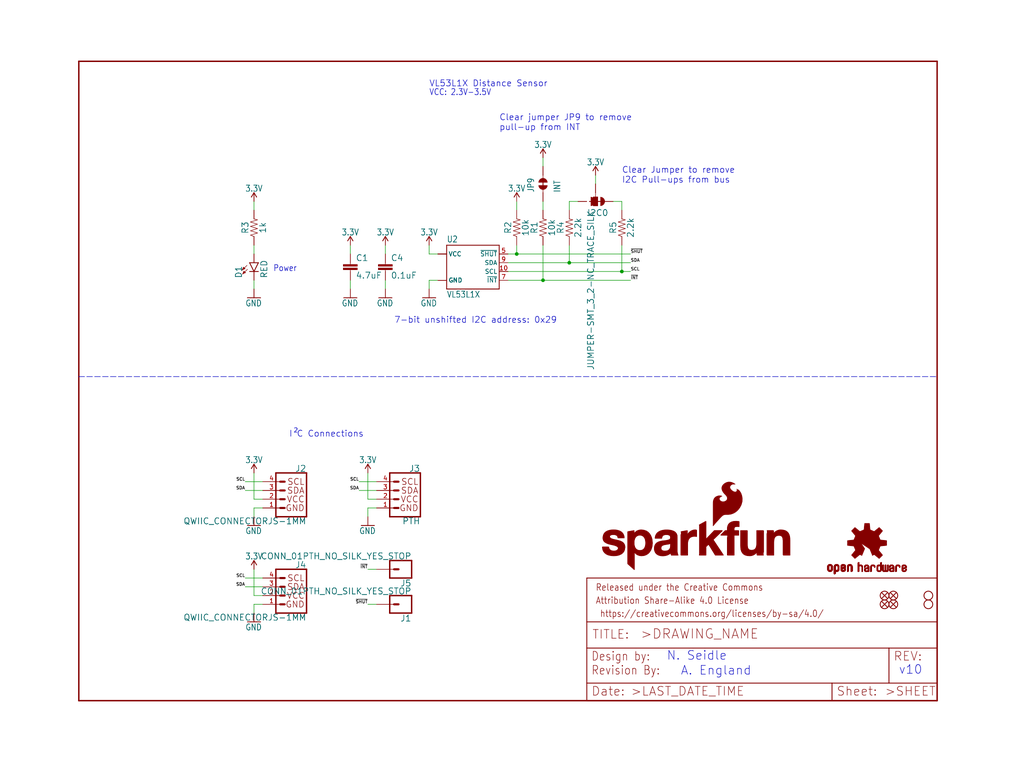
<source format=kicad_sch>
(kicad_sch (version 20211123) (generator eeschema)
  (paper "User" 297.002 223.926)
  (lib_symbols
    (symbol "schematicEagle-eagle-import:0.1UF-0603-25V-(+80{slash}-20%)"
      (property "Reference" "C" (at 1.524 2.921 0))
      (property "Value" "0.1UF-0603-25V-(+80{slash}-20%)" (at 1.524 -2.159 0))
      (symbol "0.1UF-0603-25V-(+80{slash}-20%)_1_0"
        (pin passive line (at 0 5.08 270) (length 2.54) (name "1") (number "1"))
        (pin passive line (at 0 -2.54 90) (length 2.54) (name "2") (number "2"))
      )
    )
    (symbol "schematicEagle-eagle-import:10KOHM-0603-1{slash}10W-1%"
      (property "Reference" "R" (at 0 1.524 0))
      (property "Value" "10KOHM-0603-1{slash}10W-1%" (at 0 -1.524 0))
      (symbol "10KOHM-0603-1{slash}10W-1%_1_0"
        (pin passive line (at -5.08 0 0) (length 2.54) (name "1") (number "1"))
        (pin passive line (at 5.08 0 180) (length 2.54) (name "2") (number "2"))
      )
    )
    (symbol "schematicEagle-eagle-import:1KOHM-0603-1{slash}10W-1%"
      (property "Reference" "R" (at 0 1.524 0))
      (property "Value" "1KOHM-0603-1{slash}10W-1%" (at 0 -1.524 0))
      (symbol "1KOHM-0603-1{slash}10W-1%_1_0"
        (pin passive line (at -5.08 0 0) (length 2.54) (name "1") (number "1"))
        (pin passive line (at 5.08 0 180) (length 2.54) (name "2") (number "2"))
      )
    )
    (symbol "schematicEagle-eagle-import:2.2KOHM-0603-1{slash}10W-1%"
      (property "Reference" "R" (at 0 1.524 0))
      (property "Value" "2.2KOHM-0603-1{slash}10W-1%" (at 0 -1.524 0))
      (symbol "2.2KOHM-0603-1{slash}10W-1%_1_0"
        (pin passive line (at -5.08 0 0) (length 2.54) (name "1") (number "1"))
        (pin passive line (at 5.08 0 180) (length 2.54) (name "2") (number "2"))
      )
    )
    (symbol "schematicEagle-eagle-import:3.3V" (power)
      (property "Value" "3.3V" (at 0 2.794 0))
      (symbol "3.3V_1_0"
        (pin power_in line (at 0 0 90) (length 2.54) (name "3.3V") (number "1"))
      )
    )
    (symbol "schematicEagle-eagle-import:4.7UF0603"
      (property "Reference" "C" (at 1.524 2.921 0))
      (property "Value" "4.7UF0603" (at 1.524 -2.159 0))
      (symbol "4.7UF0603_1_0"
        (pin passive line (at 0 5.08 270) (length 2.54) (name "1") (number "1"))
        (pin passive line (at 0 -2.54 90) (length 2.54) (name "2") (number "2"))
      )
    )
    (symbol "schematicEagle-eagle-import:CONN_01PTH_NO_SILK_YES_STOP"
      (property "Reference" "J" (at -2.54 3.048 0))
      (property "Value" "CONN_01PTH_NO_SILK_YES_STOP" (at -2.54 -4.826 0))
      (symbol "CONN_01PTH_NO_SILK_YES_STOP_1_0"
        (pin passive line (at 7.62 0 180) (length 5.08) (name "1") (number "1"))
      )
    )
    (symbol "schematicEagle-eagle-import:FIDUCIALUFIDUCIAL")
    (symbol "schematicEagle-eagle-import:FRAME-LETTER"
      (symbol "FRAME-LETTER_2_0"
        (text " https://creativecommons.org/licenses/by-sa/4.0/" (at 2.54 24.13 0) (effects (font (size 1.9304 1.6408)) (justify left bottom)))
        (text ">DRAWING_NAME" (at 15.494 17.78 0) (effects (font (size 2.7432 2.7432)) (justify left bottom)))
        (text ">LAST_DATE_TIME" (at 12.7 1.27 0) (effects (font (size 2.54 2.54)) (justify left bottom)))
        (text ">SHEET" (at 86.36 1.27 0) (effects (font (size 2.54 2.54)) (justify left bottom)))
        (text "Attribution Share-Alike 4.0 License" (at 2.54 27.94 0) (effects (font (size 1.9304 1.6408)) (justify left bottom)))
        (text "Date:" (at 1.27 1.27 0) (effects (font (size 2.54 2.54)) (justify left bottom)))
        (text "Design by:" (at 1.27 11.43 0) (effects (font (size 2.54 2.159)) (justify left bottom)))
        (text "Released under the Creative Commons" (at 2.54 31.75 0) (effects (font (size 1.9304 1.6408)) (justify left bottom)))
        (text "REV:" (at 88.9 11.43 0) (effects (font (size 2.54 2.54)) (justify left bottom)))
        (text "Sheet:" (at 72.39 1.27 0) (effects (font (size 2.54 2.54)) (justify left bottom)))
        (text "TITLE:" (at 1.524 17.78 0) (effects (font (size 2.54 2.54)) (justify left bottom)))
      )
    )
    (symbol "schematicEagle-eagle-import:GND" (power)
      (property "Value" "GND" (at -2.54 -2.54 0))
      (symbol "GND_1_0"
        (pin power_in line (at 0 2.54 270) (length 2.54) (name "GND") (number "1"))
      )
    )
    (symbol "schematicEagle-eagle-import:I2C_STANDARD_NO_SILK"
      (property "Reference" "J" (at -5.08 7.874 0))
      (property "Value" "I2C_STANDARD_NO_SILK" (at -5.08 -5.334 0))
      (symbol "I2C_STANDARD_NO_SILK_1_0"
        (text "GND" (at -4.572 -2.54 0) (effects (font (size 1.778 1.778)) (justify left)))
        (text "SCL" (at -4.572 5.08 0) (effects (font (size 1.778 1.778)) (justify left)))
        (text "SDA" (at -4.572 2.54 0) (effects (font (size 1.778 1.778)) (justify left)))
        (text "VCC" (at -4.572 0 0) (effects (font (size 1.778 1.778)) (justify left)))
        (pin power_in line (at 7.62 -2.54 180) (length 5.08) (name "GND") (number "1"))
        (pin power_in line (at 7.62 0 180) (length 5.08) (name "VCC") (number "2"))
        (pin passive line (at 7.62 2.54 180) (length 5.08) (name "SDA") (number "3"))
        (pin passive line (at 7.62 5.08 180) (length 5.08) (name "SCL") (number "4"))
      )
    )
    (symbol "schematicEagle-eagle-import:JUMPER-PAD-2-NC_BY_TRACE"
      (property "Reference" "JP" (at -2.54 2.54 0))
      (property "Value" "JUMPER-PAD-2-NC_BY_TRACE" (at -2.54 -5.08 0))
      (symbol "JUMPER-PAD-2-NC_BY_TRACE_1_0"
        (pin passive line (at -5.08 0 0) (length 2.54) (name "1") (number "1"))
        (pin passive line (at 5.08 0 180) (length 2.54) (name "2") (number "2"))
      )
    )
    (symbol "schematicEagle-eagle-import:JUMPER-SMT_3_2-NC_TRACE_SILK"
      (property "Reference" "JP" (at 2.54 0.381 0))
      (property "Value" "JUMPER-SMT_3_2-NC_TRACE_SILK" (at 2.54 -0.381 0))
      (symbol "JUMPER-SMT_3_2-NC_TRACE_SILK_1_0"
        (pin passive line (at 0 5.08 270) (length 2.54) (name "1") (number "1"))
        (pin passive line (at -5.08 0 0) (length 2.54) (name "2") (number "2"))
        (pin passive line (at 0 -5.08 90) (length 2.54) (name "3") (number "3"))
      )
    )
    (symbol "schematicEagle-eagle-import:LED-RED0603"
      (property "Reference" "D" (at -3.429 -4.572 90))
      (property "Value" "LED-RED0603" (at 1.905 -4.572 90))
      (symbol "LED-RED0603_1_0"
        (pin passive line (at 0 2.54 270) (length 2.54) (name "A") (number "A"))
        (pin passive line (at 0 -5.08 90) (length 2.54) (name "C") (number "C"))
      )
    )
    (symbol "schematicEagle-eagle-import:OSHW-LOGOMINI")
    (symbol "schematicEagle-eagle-import:QWIIC_CONNECTORJS-1MM"
      (property "Reference" "J" (at -5.08 7.874 0))
      (property "Value" "QWIIC_CONNECTORJS-1MM" (at -5.08 -5.334 0))
      (symbol "QWIIC_CONNECTORJS-1MM_1_0"
        (text "GND" (at -4.572 -2.54 0) (effects (font (size 1.778 1.778)) (justify left)))
        (text "SCL" (at -4.572 5.08 0) (effects (font (size 1.778 1.778)) (justify left)))
        (text "SDA" (at -4.572 2.54 0) (effects (font (size 1.778 1.778)) (justify left)))
        (text "VCC" (at -4.572 0 0) (effects (font (size 1.778 1.778)) (justify left)))
        (pin power_in line (at 7.62 -2.54 180) (length 5.08) (name "1") (number "1"))
        (pin power_in line (at 7.62 0 180) (length 5.08) (name "2") (number "2"))
        (pin passive line (at 7.62 2.54 180) (length 5.08) (name "3") (number "3"))
        (pin passive line (at 7.62 5.08 180) (length 5.08) (name "4") (number "4"))
      )
    )
    (symbol "schematicEagle-eagle-import:REVISION"
      (symbol "REVISION_1_0"
        (text "Revision By: " (at 0 0 0) (effects (font (size 2.54 2.159)) (justify left bottom)))
      )
    )
    (symbol "schematicEagle-eagle-import:SFE_LOGO_NAME.1_INCH")
    (symbol "schematicEagle-eagle-import:SFE_LOGO_NAME_FLAME.1_INCH")
    (symbol "schematicEagle-eagle-import:STAND-OFF")
    (symbol "schematicEagle-eagle-import:VL53L1XSMD"
      (property "Reference" "U" (at -7.62 8.382 0))
      (property "Value" "VL53L1XSMD" (at -7.62 -7.62 0))
      (symbol "VL53L1XSMD_1_0"
        (pin bidirectional line (at -10.16 5.08 0) (length 2.54) (name "VCC") (number "1"))
        (pin bidirectional line (at 10.16 0 180) (length 2.54) (name "SCL") (number "10"))
        (pin bidirectional line (at -10.16 5.08 0) (length 2.54) (name "VCC") (number "11"))
        (pin bidirectional line (at -10.16 -2.54 0) (length 2.54) (name "GND") (number "12"))
        (pin bidirectional line (at -10.16 -2.54 0) (length 2.54) (name "GND") (number "2"))
        (pin bidirectional line (at -10.16 -2.54 0) (length 2.54) (name "GND") (number "3"))
        (pin bidirectional line (at -10.16 -2.54 0) (length 2.54) (name "GND") (number "4"))
        (pin bidirectional line (at 10.16 5.08 180) (length 2.54) (name "~{SHUT}") (number "5"))
        (pin bidirectional line (at -10.16 -2.54 0) (length 2.54) (name "GND") (number "6"))
        (pin bidirectional line (at 10.16 -2.54 180) (length 2.54) (name "~{INT}") (number "7"))
        (pin bidirectional line (at 10.16 2.54 180) (length 2.54) (name "SDA") (number "9"))
      )
    )
  )
  (junction (at 149.86 73.66))
  (junction (at 165.1 76.2))
  (junction (at 157.48 81.28))
  (junction (at 180.34 78.74))
  (wire (pts (xy 165.1 60.96) (xy 165.1 58.42)))
  (wire (pts (xy 157.48 58.42) (xy 157.48 60.96)))
  (wire (pts (xy 147.32 73.66) (xy 149.86 73.66)))
  (wire (pts (xy 149.86 71.12) (xy 149.86 73.66)))
  (wire (pts (xy 73.66 147.32) (xy 73.66 149.86)))
  (wire (pts (xy 76.2 175.26) (xy 73.66 175.26)))
  (wire (pts (xy 76.2 142.24) (xy 71.12 142.24)))
  (wire (pts (xy 76.2 167.64) (xy 71.12 167.64)))
  (wire (pts (xy 165.1 76.2) (xy 165.1 71.12)))
  (wire (pts (xy 109.22 147.32) (xy 106.68 147.32)))
  (wire (pts (xy 147.32 76.2) (xy 165.1 76.2)))
  (wire (pts (xy 101.6 71.12) (xy 101.6 73.66)))
  (wire (pts (xy 76.2 144.78) (xy 73.66 144.78)))
  (wire (pts (xy 76.2 170.18) (xy 71.12 170.18)))
  (wire (pts (xy 76.2 172.72) (xy 73.66 172.72)))
  (polyline (pts (xy 22.86 109.22) (xy 271.78 109.22)))
  (wire (pts (xy 73.66 175.26) (xy 73.66 177.8)))
  (wire (pts (xy 73.66 172.72) (xy 73.66 165.1)))
  (wire (pts (xy 147.32 81.28) (xy 157.48 81.28)))
  (wire (pts (xy 109.22 144.78) (xy 106.68 144.78)))
  (wire (pts (xy 101.6 83.82) (xy 101.6 81.28)))
  (wire (pts (xy 111.76 81.28) (xy 111.76 83.82)))
  (wire (pts (xy 157.48 71.12) (xy 157.48 81.28)))
  (wire (pts (xy 180.34 78.74) (xy 180.34 71.12)))
  (wire (pts (xy 165.1 58.42) (xy 167.64 58.42)))
  (wire (pts (xy 149.86 73.66) (xy 182.88 73.66)))
  (wire (pts (xy 172.72 50.8) (xy 172.72 53.34)))
  (wire (pts (xy 111.76 73.66) (xy 111.76 71.12)))
  (wire (pts (xy 127 81.28) (xy 124.46 81.28)))
  (wire (pts (xy 73.66 83.82) (xy 73.66 81.28)))
  (wire (pts (xy 157.48 48.26) (xy 157.48 45.72)))
  (wire (pts (xy 124.46 73.66) (xy 124.46 71.12)))
  (wire (pts (xy 180.34 60.96) (xy 180.34 58.42)))
  (wire (pts (xy 147.32 78.74) (xy 180.34 78.74)))
  (wire (pts (xy 180.34 78.74) (xy 182.88 78.74)))
  (wire (pts (xy 73.66 73.66) (xy 73.66 71.12)))
  (wire (pts (xy 109.22 139.7) (xy 104.14 139.7)))
  (wire (pts (xy 157.48 81.28) (xy 182.88 81.28)))
  (wire (pts (xy 165.1 76.2) (xy 182.88 76.2)))
  (wire (pts (xy 73.66 60.96) (xy 73.66 58.42)))
  (wire (pts (xy 73.66 144.78) (xy 73.66 137.16)))
  (wire (pts (xy 109.22 165.1) (xy 106.68 165.1)))
  (wire (pts (xy 76.2 147.32) (xy 73.66 147.32)))
  (wire (pts (xy 109.22 142.24) (xy 104.14 142.24)))
  (wire (pts (xy 180.34 58.42) (xy 177.8 58.42)))
  (wire (pts (xy 124.46 81.28) (xy 124.46 83.82)))
  (wire (pts (xy 149.86 58.42) (xy 149.86 60.96)))
  (wire (pts (xy 106.68 144.78) (xy 106.68 137.16)))
  (wire (pts (xy 109.22 175.26) (xy 106.68 175.26)))
  (wire (pts (xy 106.68 147.32) (xy 106.68 149.86)))
  (wire (pts (xy 127 73.66) (xy 124.46 73.66)))
  (wire (pts (xy 76.2 139.7) (xy 71.12 139.7)))
  (text "2" (at 85.09 125.73 180) (effects (font (size 1.27 1.27)) (justify left bottom)))
  (text "v10" (at 260.604 195.834 180) (effects (font (size 2.54 2.54)) (justify left bottom)))
  (text "Clear jumper JP9 to remove\npull-up from INT" (at 144.78 38.1 180) (effects (font (size 1.778 1.778)) (justify left bottom)))
  (text "N. Seidle" (at 193.294 191.77 180) (effects (font (size 2.54 2.54)) (justify left bottom)))
  (text "VCC: 2.3V-3.5V" (at 124.46 27.94 180) (effects (font (size 1.778 1.5113)) (justify left bottom)))
  (text "Power" (at 79.248 78.994 180) (effects (font (size 1.778 1.5113)) (justify left bottom)))
  (text "Clear Jumper to remove\nI2C Pull-ups from bus" (at 180.34 53.34 180) (effects (font (size 1.778 1.778)) (justify left bottom)))
  (text "7-bit unshifted I2C address: 0x29" (at 114.3 93.98 180) (effects (font (size 1.778 1.778)) (justify left bottom)))
  (text "VL53L1X Distance Sensor" (at 124.46 25.4 180) (effects (font (size 1.778 1.778)) (justify left bottom)))
  (text "A. England" (at 197.358 196.088 180) (effects (font (size 2.54 2.54)) (justify left bottom)))
  (text "I C Connections" (at 83.82 127 180) (effects (font (size 1.778 1.778)) (justify left bottom)))
  (label "~{INT}" (at 182.88 81.28 0) (effects (font (size 0.889 0.889))))
  (label "~{INT}" (at 106.68 165.1 180) (effects (font (size 0.889 0.889))))
  (label "SCL" (at 71.12 167.64 180) (effects (font (size 0.889 0.889))))
  (label "SDA" (at 182.88 76.2 0) (effects (font (size 0.889 0.889))))
  (label "SDA" (at 71.12 142.24 180) (effects (font (size 0.889 0.889))))
  (label "SCL" (at 182.88 78.74 0) (effects (font (size 0.889 0.889))))
  (label "SCL" (at 104.14 139.7 180) (effects (font (size 0.889 0.889))))
  (label "~{SHUT}" (at 182.88 73.66 0) (effects (font (size 0.889 0.889))))
  (label "SDA" (at 104.14 142.24 180) (effects (font (size 0.889 0.889))))
  (label "~{SHUT}" (at 106.68 175.26 180) (effects (font (size 0.889 0.889))))
  (label "SDA" (at 71.12 170.18 180) (effects (font (size 0.889 0.889))))
  (label "SCL" (at 71.12 139.7 180) (effects (font (size 0.889 0.889))))
  (symbol (lib_id "schematicEagle-eagle-import:REVISION") (at 171.45 195.834 0) (unit 1)
    (property "Reference" "LOGO2" (effects hide))
    (property "Value" "REVISION" (effects hide))
    (property "Footprint" "schematicEagle:REVISION" (effects hide))
  )
  (symbol (lib_id "schematicEagle-eagle-import:GND") (at 124.46 86.36 0) (unit 1)
    (property "Reference" "#GND1" (effects hide))
    (property "Value" "GND" (at 121.92 88.9 0) (effects (font (size 1.778 1.5113)) (justify left bottom)))
    (property "Footprint" "schematicEagle:" (effects hide))
  )
  (symbol (lib_id "schematicEagle-eagle-import:STAND-OFF") (at 269.24 172.72 0) (unit 1)
    (property "Reference" "JP3" (effects hide))
    (property "Value" "STAND-OFF" (effects hide))
    (property "Footprint" "schematicEagle:STAND-OFF" (effects hide))
  )
  (symbol (lib_id "schematicEagle-eagle-import:3.3V") (at 157.48 45.72 0) (unit 1)
    (property "Reference" "#SUPPLY2" (effects hide))
    (property "Value" "3.3V" (at 157.48 42.926 0) (effects (font (size 1.778 1.5113)) (justify bottom)))
    (property "Footprint" "schematicEagle:" (effects hide))
  )
  (symbol (lib_id "schematicEagle-eagle-import:4.7UF0603") (at 101.6 78.74 0) (unit 1)
    (property "Reference" "C1" (at 103.124 75.819 0) (effects (font (size 1.778 1.778)) (justify left bottom)))
    (property "Value" "4.7uF" (at 103.124 80.899 0) (effects (font (size 1.778 1.778)) (justify left bottom)))
    (property "Footprint" "schematicEagle:0603" (effects hide))
  )
  (symbol (lib_id "schematicEagle-eagle-import:FIDUCIALUFIDUCIAL") (at 256.54 175.26 0) (unit 1)
    (property "Reference" "JP5" (effects hide))
    (property "Value" "FIDUCIALUFIDUCIAL" (effects hide))
    (property "Footprint" "schematicEagle:MICRO-FIDUCIAL" (effects hide))
  )
  (symbol (lib_id "schematicEagle-eagle-import:3.3V") (at 124.46 71.12 0) (unit 1)
    (property "Reference" "#SUPPLY3" (effects hide))
    (property "Value" "3.3V" (at 124.46 68.326 0) (effects (font (size 1.778 1.5113)) (justify bottom)))
    (property "Footprint" "schematicEagle:" (effects hide))
  )
  (symbol (lib_id "schematicEagle-eagle-import:0.1UF-0603-25V-(+80{slash}-20%)") (at 111.76 78.74 0) (unit 1)
    (property "Reference" "C4" (at 113.284 75.819 0) (effects (font (size 1.778 1.778)) (justify left bottom)))
    (property "Value" "0.1uF" (at 113.284 80.899 0) (effects (font (size 1.778 1.778)) (justify left bottom)))
    (property "Footprint" "schematicEagle:0603" (effects hide))
  )
  (symbol (lib_id "schematicEagle-eagle-import:QWIIC_CONNECTORJS-1MM") (at 83.82 172.72 0) (mirror y) (unit 1)
    (property "Reference" "J4" (at 88.9 164.846 0) (effects (font (size 1.778 1.778)) (justify left bottom)))
    (property "Value" "QWIIC_CONNECTORJS-1MM" (at 88.9 178.054 0) (effects (font (size 1.778 1.778)) (justify left top)))
    (property "Footprint" "schematicEagle:1X04_1MM_RA" (effects hide))
  )
  (symbol (lib_id "schematicEagle-eagle-import:SFE_LOGO_NAME_FLAME.1_INCH") (at 173.99 165.608 0) (unit 1)
    (property "Reference" "U$2" (effects hide))
    (property "Value" "SFE_LOGO_NAME_FLAME.1_INCH" (effects hide))
    (property "Footprint" "schematicEagle:SFE_LOGO_NAME_FLAME_.1" (effects hide))
  )
  (symbol (lib_id "schematicEagle-eagle-import:10KOHM-0603-1{slash}10W-1%") (at 149.86 66.04 90) (unit 1)
    (property "Reference" "R2" (at 148.336 66.04 0) (effects (font (size 1.778 1.778)) (justify bottom)))
    (property "Value" "10k" (at 151.384 66.04 0) (effects (font (size 1.778 1.778)) (justify top)))
    (property "Footprint" "schematicEagle:0603" (effects hide))
  )
  (symbol (lib_id "schematicEagle-eagle-import:GND") (at 101.6 86.36 0) (unit 1)
    (property "Reference" "#GND2" (effects hide))
    (property "Value" "GND" (at 99.06 88.9 0) (effects (font (size 1.778 1.5113)) (justify left bottom)))
    (property "Footprint" "schematicEagle:" (effects hide))
  )
  (symbol (lib_id "schematicEagle-eagle-import:10KOHM-0603-1{slash}10W-1%") (at 157.48 66.04 90) (unit 1)
    (property "Reference" "R1" (at 155.956 66.04 0) (effects (font (size 1.778 1.778)) (justify bottom)))
    (property "Value" "10k" (at 159.004 66.04 0) (effects (font (size 1.778 1.778)) (justify top)))
    (property "Footprint" "schematicEagle:0603" (effects hide))
  )
  (symbol (lib_id "schematicEagle-eagle-import:FIDUCIALUFIDUCIAL") (at 259.08 172.72 0) (unit 1)
    (property "Reference" "JP6" (effects hide))
    (property "Value" "FIDUCIALUFIDUCIAL" (effects hide))
    (property "Footprint" "schematicEagle:MICRO-FIDUCIAL" (effects hide))
  )
  (symbol (lib_id "schematicEagle-eagle-import:LED-RED0603") (at 73.66 76.2 0) (unit 1)
    (property "Reference" "D1" (at 70.231 80.772 90) (effects (font (size 1.778 1.778)) (justify left bottom)))
    (property "Value" "RED" (at 75.565 80.772 90) (effects (font (size 1.778 1.778)) (justify left top)))
    (property "Footprint" "schematicEagle:LED-0603" (effects hide))
  )
  (symbol (lib_id "schematicEagle-eagle-import:OSHW-LOGOMINI") (at 251.46 157.48 0) (unit 1)
    (property "Reference" "LOGO1" (effects hide))
    (property "Value" "OSHW-LOGOMINI" (effects hide))
    (property "Footprint" "schematicEagle:OSHW-LOGO-MINI" (effects hide))
  )
  (symbol (lib_id "schematicEagle-eagle-import:GND") (at 111.76 86.36 0) (unit 1)
    (property "Reference" "#GND4" (effects hide))
    (property "Value" "GND" (at 109.22 88.9 0) (effects (font (size 1.778 1.5113)) (justify left bottom)))
    (property "Footprint" "schematicEagle:" (effects hide))
  )
  (symbol (lib_id "schematicEagle-eagle-import:I2C_STANDARD_NO_SILK") (at 116.84 144.78 0) (mirror y) (unit 1)
    (property "Reference" "J3" (at 121.92 136.906 0) (effects (font (size 1.778 1.778)) (justify left bottom)))
    (property "Value" "PTH" (at 121.92 150.114 0) (effects (font (size 1.778 1.778)) (justify left top)))
    (property "Footprint" "schematicEagle:1X04_NO_SILK" (effects hide))
  )
  (symbol (lib_id "schematicEagle-eagle-import:1KOHM-0603-1{slash}10W-1%") (at 73.66 66.04 90) (unit 1)
    (property "Reference" "R3" (at 72.136 66.04 0) (effects (font (size 1.778 1.778)) (justify bottom)))
    (property "Value" "1k" (at 75.184 66.04 0) (effects (font (size 1.778 1.778)) (justify top)))
    (property "Footprint" "schematicEagle:0603" (effects hide))
  )
  (symbol (lib_id "schematicEagle-eagle-import:3.3V") (at 149.86 58.42 0) (unit 1)
    (property "Reference" "#SUPPLY6" (effects hide))
    (property "Value" "3.3V" (at 149.86 55.626 0) (effects (font (size 1.778 1.5113)) (justify bottom)))
    (property "Footprint" "schematicEagle:" (effects hide))
  )
  (symbol (lib_id "schematicEagle-eagle-import:SFE_LOGO_NAME.1_INCH") (at 172.72 165.1 0) (unit 1)
    (property "Reference" "U$1" (effects hide))
    (property "Value" "SFE_LOGO_NAME.1_INCH" (effects hide))
    (property "Footprint" "schematicEagle:SFE_LOGO_NAME_.1" (effects hide))
  )
  (symbol (lib_id "schematicEagle-eagle-import:QWIIC_CONNECTORJS-1MM") (at 83.82 144.78 0) (mirror y) (unit 1)
    (property "Reference" "J2" (at 88.9 136.906 0) (effects (font (size 1.778 1.778)) (justify left bottom)))
    (property "Value" "QWIIC_CONNECTORJS-1MM" (at 88.9 150.114 0) (effects (font (size 1.778 1.778)) (justify left top)))
    (property "Footprint" "schematicEagle:1X04_1MM_RA" (effects hide))
  )
  (symbol (lib_id "schematicEagle-eagle-import:JUMPER-SMT_3_2-NC_TRACE_SILK") (at 172.72 58.42 270) (unit 1)
    (property "Reference" "I2C0" (at 170.18 62.738 90) (effects (font (size 1.778 1.778)) (justify left bottom)))
    (property "Value" "JUMPER-SMT_3_2-NC_TRACE_SILK" (at 172.339 60.96 0) (effects (font (size 1.778 1.778)) (justify left top)))
    (property "Footprint" "schematicEagle:SMT-JUMPER_3_2-NC_TRACE_SILK" (effects hide))
  )
  (symbol (lib_id "schematicEagle-eagle-import:3.3V") (at 73.66 165.1 0) (unit 1)
    (property "Reference" "#SUPPLY8" (effects hide))
    (property "Value" "3.3V" (at 73.66 162.306 0) (effects (font (size 1.778 1.5113)) (justify bottom)))
    (property "Footprint" "schematicEagle:" (effects hide))
  )
  (symbol (lib_id "schematicEagle-eagle-import:FIDUCIALUFIDUCIAL") (at 256.54 172.72 0) (unit 1)
    (property "Reference" "JP2" (effects hide))
    (property "Value" "FIDUCIALUFIDUCIAL" (effects hide))
    (property "Footprint" "schematicEagle:MICRO-FIDUCIAL" (effects hide))
  )
  (symbol (lib_id "schematicEagle-eagle-import:GND") (at 106.68 152.4 0) (unit 1)
    (property "Reference" "#GND7" (effects hide))
    (property "Value" "GND" (at 104.14 154.94 0) (effects (font (size 1.778 1.5113)) (justify left bottom)))
    (property "Footprint" "schematicEagle:" (effects hide))
  )
  (symbol (lib_id "schematicEagle-eagle-import:FRAME-LETTER") (at 170.18 203.2 0) (unit 2)
    (property "Reference" "FRAME1" (effects hide))
    (property "Value" "FRAME-LETTER" (effects hide))
    (property "Footprint" "schematicEagle:CREATIVE_COMMONS" (effects hide))
  )
  (symbol (lib_id "schematicEagle-eagle-import:3.3V") (at 111.76 71.12 0) (unit 1)
    (property "Reference" "#SUPPLY5" (effects hide))
    (property "Value" "3.3V" (at 111.76 68.326 0) (effects (font (size 1.778 1.5113)) (justify bottom)))
    (property "Footprint" "schematicEagle:" (effects hide))
  )
  (symbol (lib_id "schematicEagle-eagle-import:GND") (at 73.66 86.36 0) (unit 1)
    (property "Reference" "#GND3" (effects hide))
    (property "Value" "GND" (at 71.12 88.9 0) (effects (font (size 1.778 1.5113)) (justify left bottom)))
    (property "Footprint" "schematicEagle:" (effects hide))
  )
  (symbol (lib_id "schematicEagle-eagle-import:3.3V") (at 106.68 137.16 0) (unit 1)
    (property "Reference" "#SUPPLY7" (effects hide))
    (property "Value" "3.3V" (at 106.68 134.366 0) (effects (font (size 1.778 1.5113)) (justify bottom)))
    (property "Footprint" "schematicEagle:" (effects hide))
  )
  (symbol (lib_id "schematicEagle-eagle-import:2.2KOHM-0603-1{slash}10W-1%") (at 180.34 66.04 90) (unit 1)
    (property "Reference" "R5" (at 178.816 66.04 0) (effects (font (size 1.778 1.778)) (justify bottom)))
    (property "Value" "2.2k" (at 181.864 66.04 0) (effects (font (size 1.778 1.778)) (justify top)))
    (property "Footprint" "schematicEagle:0603" (effects hide))
  )
  (symbol (lib_id "schematicEagle-eagle-import:VL53L1XSMD") (at 137.16 78.74 0) (unit 1)
    (property "Reference" "U2" (at 129.54 70.358 0) (effects (font (size 1.778 1.5113)) (justify left bottom)))
    (property "Value" "VL53L1X" (at 129.54 86.36 0) (effects (font (size 1.778 1.5113)) (justify left bottom)))
    (property "Footprint" "schematicEagle:VL53L1X" (effects hide))
  )
  (symbol (lib_id "schematicEagle-eagle-import:FIDUCIALUFIDUCIAL") (at 259.08 175.26 0) (unit 1)
    (property "Reference" "JP1" (effects hide))
    (property "Value" "FIDUCIALUFIDUCIAL" (effects hide))
    (property "Footprint" "schematicEagle:MICRO-FIDUCIAL" (effects hide))
  )
  (symbol (lib_id "schematicEagle-eagle-import:CONN_01PTH_NO_SILK_YES_STOP") (at 116.84 165.1 180) (unit 1)
    (property "Reference" "J5" (at 119.38 168.148 0) (effects (font (size 1.778 1.778)) (justify left bottom)))
    (property "Value" "CONN_01PTH_NO_SILK_YES_STOP" (at 119.38 160.274 0) (effects (font (size 1.778 1.778)) (justify left bottom)))
    (property "Footprint" "schematicEagle:1X01_NO_SILK" (effects hide))
  )
  (symbol (lib_id "schematicEagle-eagle-import:3.3V") (at 101.6 71.12 0) (unit 1)
    (property "Reference" "#SUPPLY9" (effects hide))
    (property "Value" "3.3V" (at 101.6 68.326 0) (effects (font (size 1.778 1.5113)) (justify bottom)))
    (property "Footprint" "schematicEagle:" (effects hide))
  )
  (symbol (lib_id "schematicEagle-eagle-import:3.3V") (at 73.66 58.42 0) (unit 1)
    (property "Reference" "#SUPPLY10" (effects hide))
    (property "Value" "3.3V" (at 73.66 55.626 0) (effects (font (size 1.778 1.5113)) (justify bottom)))
    (property "Footprint" "schematicEagle:" (effects hide))
  )
  (symbol (lib_id "schematicEagle-eagle-import:JUMPER-PAD-2-NC_BY_TRACE") (at 157.48 53.34 90) (unit 1)
    (property "Reference" "JP9" (at 154.94 55.88 0) (effects (font (size 1.778 1.5113)) (justify left bottom)))
    (property "Value" "INT" (at 162.56 55.88 0) (effects (font (size 1.778 1.5113)) (justify left bottom)))
    (property "Footprint" "schematicEagle:PAD-JUMPER-2-NC_BY_TRACE_YES_SILK" (effects hide))
  )
  (symbol (lib_id "schematicEagle-eagle-import:3.3V") (at 172.72 50.8 0) (unit 1)
    (property "Reference" "#SUPPLY1" (effects hide))
    (property "Value" "3.3V" (at 172.72 48.006 0) (effects (font (size 1.778 1.5113)) (justify bottom)))
    (property "Footprint" "schematicEagle:" (effects hide))
  )
  (symbol (lib_id "schematicEagle-eagle-import:2.2KOHM-0603-1{slash}10W-1%") (at 165.1 66.04 90) (unit 1)
    (property "Reference" "R4" (at 163.576 66.04 0) (effects (font (size 1.778 1.778)) (justify bottom)))
    (property "Value" "2.2k" (at 166.624 66.04 0) (effects (font (size 1.778 1.778)) (justify top)))
    (property "Footprint" "schematicEagle:0603" (effects hide))
  )
  (symbol (lib_id "schematicEagle-eagle-import:CONN_01PTH_NO_SILK_YES_STOP") (at 116.84 175.26 180) (unit 1)
    (property "Reference" "J1" (at 119.38 178.308 0) (effects (font (size 1.778 1.778)) (justify left bottom)))
    (property "Value" "CONN_01PTH_NO_SILK_YES_STOP" (at 119.38 170.434 0) (effects (font (size 1.778 1.778)) (justify left bottom)))
    (property "Footprint" "schematicEagle:1X01_NO_SILK" (effects hide))
  )
  (symbol (lib_id "schematicEagle-eagle-import:GND") (at 73.66 152.4 0) (unit 1)
    (property "Reference" "#GND6" (effects hide))
    (property "Value" "GND" (at 71.12 154.94 0) (effects (font (size 1.778 1.5113)) (justify left bottom)))
    (property "Footprint" "schematicEagle:" (effects hide))
  )
  (symbol (lib_id "schematicEagle-eagle-import:3.3V") (at 73.66 137.16 0) (unit 1)
    (property "Reference" "#SUPPLY4" (effects hide))
    (property "Value" "3.3V" (at 73.66 134.366 0) (effects (font (size 1.778 1.5113)) (justify bottom)))
    (property "Footprint" "schematicEagle:" (effects hide))
  )
  (symbol (lib_id "schematicEagle-eagle-import:STAND-OFF") (at 269.24 175.26 0) (unit 1)
    (property "Reference" "JP4" (effects hide))
    (property "Value" "STAND-OFF" (effects hide))
    (property "Footprint" "schematicEagle:STAND-OFF" (effects hide))
  )
  (symbol (lib_id "schematicEagle-eagle-import:FRAME-LETTER") (at 22.86 203.2 0) (unit 1)
    (property "Reference" "FRAME1" (effects hide))
    (property "Value" "FRAME-LETTER" (effects hide))
    (property "Footprint" "schematicEagle:CREATIVE_COMMONS" (effects hide))
  )
  (symbol (lib_id "schematicEagle-eagle-import:GND") (at 73.66 180.34 0) (unit 1)
    (property "Reference" "#GND8" (effects hide))
    (property "Value" "GND" (at 71.12 182.88 0) (effects (font (size 1.778 1.5113)) (justify left bottom)))
    (property "Footprint" "schematicEagle:" (effects hide))
  )
)
</source>
